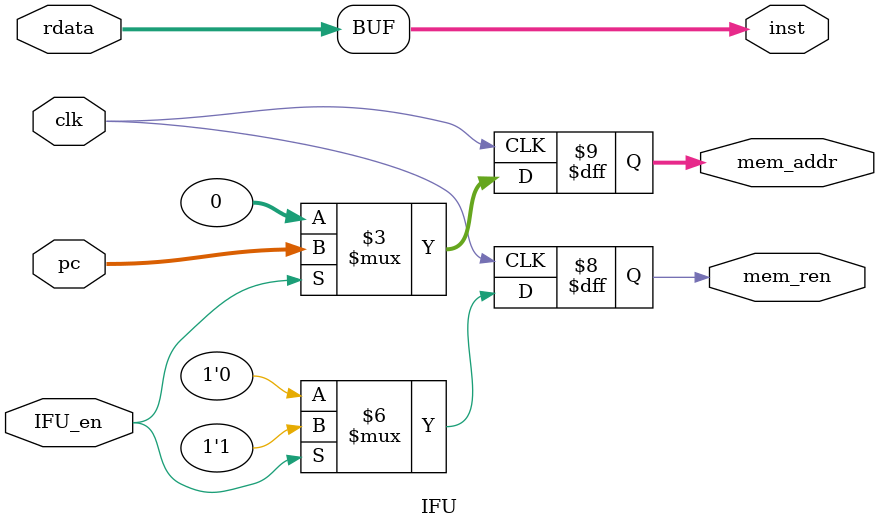
<source format=v>

module IFU(
	input clk,
	input IFU_en,
	input [31:0] pc,
	input [31:0] rdata,
	output reg mem_ren,
	output reg[31:0] mem_addr,
	output [31:0] inst

);

	assign inst = rdata;
	
	always @(posedge clk) begin
		if(IFU_en) begin
			mem_ren <= 1; mem_addr <= pc;
		end
		
		else begin //both IFU and EXU controls ren and addr
			mem_ren <= 0; mem_addr <= 32'b0;
		end
	end

endmodule

</source>
